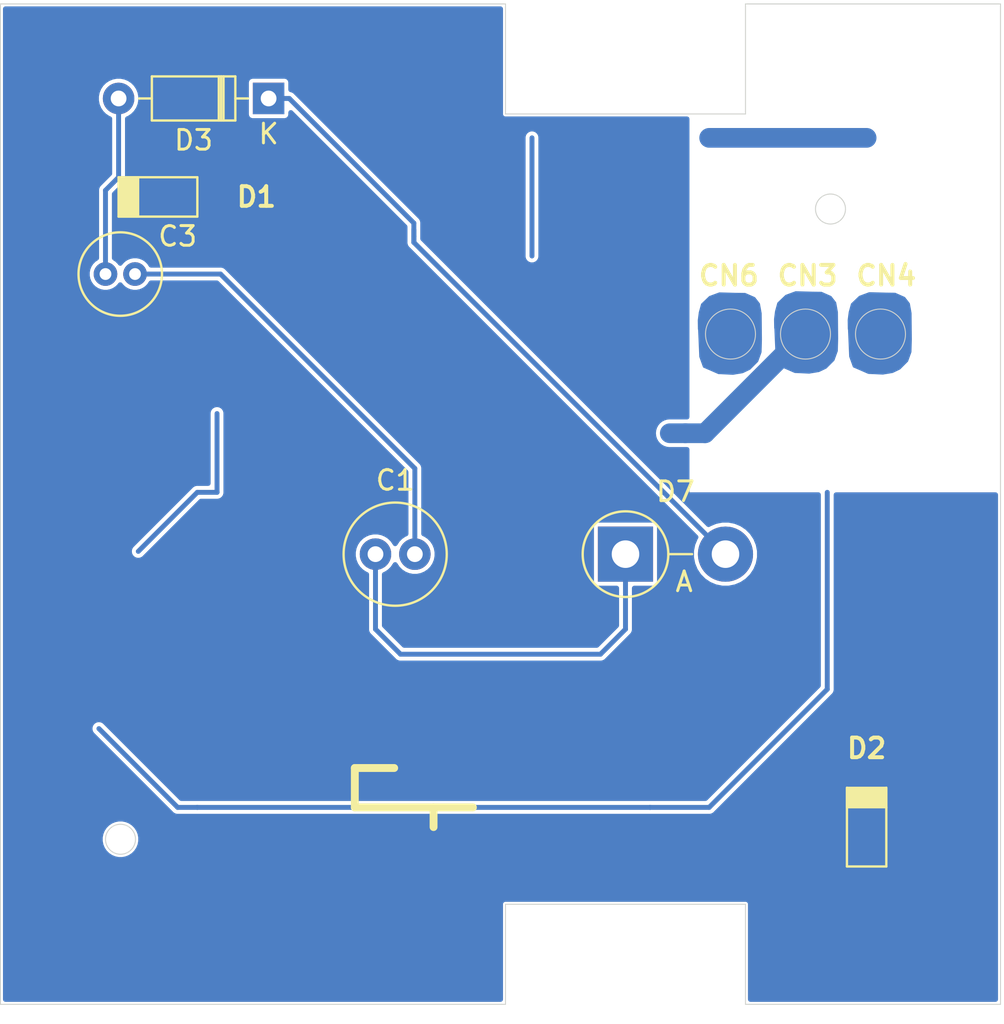
<source format=kicad_pcb>
(kicad_pcb (version 20171130) (host pcbnew "(5.1.5)-3")

  (general
    (thickness 1.6)
    (drawings 43)
    (tracks 31)
    (zones 0)
    (modules 4)
    (nets 5)
  )

  (page A4)
  (layers
    (0 F.Cu signal)
    (31 B.Cu signal)
    (32 B.Adhes user)
    (33 F.Adhes user)
    (34 B.Paste user)
    (35 F.Paste user)
    (36 B.SilkS user)
    (37 F.SilkS user)
    (38 B.Mask user)
    (39 F.Mask user)
    (40 Dwgs.User user)
    (41 Cmts.User user)
    (42 Eco1.User user)
    (43 Eco2.User user)
    (44 Edge.Cuts user)
    (45 Margin user)
    (46 B.CrtYd user)
    (47 F.CrtYd user)
    (48 B.Fab user)
    (49 F.Fab user)
  )

  (setup
    (last_trace_width 0.25)
    (trace_clearance 0.2)
    (zone_clearance 0.1)
    (zone_45_only no)
    (trace_min 0.2)
    (via_size 0.8)
    (via_drill 0.4)
    (via_min_size 0.4)
    (via_min_drill 0.3)
    (uvia_size 0.3)
    (uvia_drill 0.1)
    (uvias_allowed no)
    (uvia_min_size 0.2)
    (uvia_min_drill 0.1)
    (edge_width 0.05)
    (segment_width 0.2)
    (pcb_text_width 0.3)
    (pcb_text_size 1.5 1.5)
    (mod_edge_width 0.12)
    (mod_text_size 1 1)
    (mod_text_width 0.15)
    (pad_size 1.524 1.524)
    (pad_drill 0.762)
    (pad_to_mask_clearance 0.051)
    (solder_mask_min_width 0.25)
    (aux_axis_origin 0 0)
    (grid_origin 128.27 127)
    (visible_elements 7FFFFFFF)
    (pcbplotparams
      (layerselection 0x000fc_ffffffff)
      (usegerberextensions false)
      (usegerberattributes false)
      (usegerberadvancedattributes false)
      (creategerberjobfile false)
      (excludeedgelayer false)
      (linewidth 0.050000)
      (plotframeref false)
      (viasonmask false)
      (mode 1)
      (useauxorigin false)
      (hpglpennumber 1)
      (hpglpenspeed 20)
      (hpglpendiameter 15.000000)
      (psnegative false)
      (psa4output false)
      (plotreference true)
      (plotvalue true)
      (plotinvisibletext false)
      (padsonsilk false)
      (subtractmaskfromsilk false)
      (outputformat 5)
      (mirror false)
      (drillshape 2)
      (scaleselection 1)
      (outputdirectory "svg/"))
  )

  (net 0 "")
  (net 1 "Net-(C1-Pad1)")
  (net 2 "Net-(C1-Pad2)")
  (net 3 "Net-(C3-Pad1)")
  (net 4 "Net-(D3-Pad1)")

  (net_class Default "Esta é a classe de rede padrão."
    (clearance 0.2)
    (trace_width 0.25)
    (via_dia 0.8)
    (via_drill 0.4)
    (uvia_dia 0.3)
    (uvia_drill 0.1)
    (add_net "Net-(C1-Pad1)")
    (add_net "Net-(C1-Pad2)")
    (add_net "Net-(C3-Pad1)")
    (add_net "Net-(D3-Pad1)")
  )

  (module Capacitor_THT:C_Radial_D4.0mm_H5.0mm_P1.50mm (layer F.Cu) (tedit 5BC5C9B9) (tstamp 5E934465)
    (at 133.604 89.916)
    (descr "C, Radial series, Radial, pin pitch=1.50mm, diameter=4mm, height=5mm, Non-Polar Electrolytic Capacitor")
    (tags "C Radial series Radial pin pitch 1.50mm diameter 4mm height 5mm Non-Polar Electrolytic Capacitor")
    (path /5E934259)
    (fp_text reference C3 (at 3.666 -1.916) (layer F.SilkS)
      (effects (font (size 1 1) (thickness 0.15)))
    )
    (fp_text value CAP (at 0.75 3.25) (layer F.Fab)
      (effects (font (size 1 1) (thickness 0.15)))
    )
    (fp_text user %R (at 0.75 0) (layer F.Fab)
      (effects (font (size 0.8 0.8) (thickness 0.12)))
    )
    (fp_circle (center 0.75 0) (end 3 0) (layer F.CrtYd) (width 0.05))
    (fp_circle (center 0.75 0) (end 2.87 0) (layer F.SilkS) (width 0.12))
    (fp_circle (center 0.75 0) (end 2.75 0) (layer F.Fab) (width 0.1))
    (pad 2 thru_hole circle (at 1.5 0) (size 1.2 1.2) (drill 0.6) (layers *.Cu *.Mask)
      (net 2 "Net-(C1-Pad2)"))
    (pad 1 thru_hole circle (at 0 0) (size 1.2 1.2) (drill 0.6) (layers *.Cu *.Mask)
      (net 3 "Net-(C3-Pad1)"))
    (model ${KISYS3DMOD}/Capacitor_THT.3dshapes/C_Radial_D4.0mm_H5.0mm_P1.50mm.wrl
      (at (xyz 0 0 0))
      (scale (xyz 1 1 1))
      (rotate (xyz 0 0 0))
    )
  )

  (module Capacitor_THT:C_Radial_D5.0mm_H11.0mm_P2.00mm (layer F.Cu) (tedit 5BC5C9B9) (tstamp 5E93445B)
    (at 147.32 104.14)
    (descr "C, Radial series, Radial, pin pitch=2.00mm, diameter=5mm, height=11mm, Non-Polar Electrolytic Capacitor")
    (tags "C Radial series Radial pin pitch 2.00mm diameter 5mm height 11mm Non-Polar Electrolytic Capacitor")
    (path /5E933509)
    (fp_text reference C1 (at 1 -3.75) (layer F.SilkS)
      (effects (font (size 1 1) (thickness 0.15)))
    )
    (fp_text value CAP (at 1 3.75) (layer F.Fab)
      (effects (font (size 1 1) (thickness 0.15)))
    )
    (fp_text user %R (at 1 0) (layer F.Fab)
      (effects (font (size 1 1) (thickness 0.15)))
    )
    (fp_circle (center 1 0) (end 3.75 0) (layer F.CrtYd) (width 0.05))
    (fp_circle (center 1 0) (end 3.62 0) (layer F.SilkS) (width 0.12))
    (fp_circle (center 1 0) (end 3.5 0) (layer F.Fab) (width 0.1))
    (pad 2 thru_hole circle (at 2 0) (size 1.6 1.6) (drill 0.8) (layers *.Cu *.Mask)
      (net 2 "Net-(C1-Pad2)"))
    (pad 1 thru_hole circle (at 0 0) (size 1.6 1.6) (drill 0.8) (layers *.Cu *.Mask)
      (net 1 "Net-(C1-Pad1)"))
    (model ${KISYS3DMOD}/Capacitor_THT.3dshapes/C_Radial_D5.0mm_H11.0mm_P2.00mm.wrl
      (at (xyz 0 0 0))
      (scale (xyz 1 1 1))
      (rotate (xyz 0 0 0))
    )
  )

  (module Diode_THT:D_5W_P5.08mm_Vertical_AnodeUp (layer F.Cu) (tedit 5AE50CD5) (tstamp 5E934476)
    (at 160.02 104.14)
    (descr "Diode, 5W series, Axial, Vertical, pin pitch=5.08mm, , length*diameter=8.9*3.7mm^2, , http://www.diodes.com/_files/packages/8686949.gif")
    (tags "Diode 5W series Axial Vertical pin pitch 5.08mm  length 8.9mm diameter 3.7mm")
    (path /5E937405)
    (fp_text reference D7 (at 2.54 -3.174899) (layer F.SilkS)
      (effects (font (size 1 1) (thickness 0.15)))
    )
    (fp_text value DIODE (at 2.54 3.174899) (layer F.Fab)
      (effects (font (size 1 1) (thickness 0.15)))
    )
    (fp_circle (center 0 0) (end 1.85 0) (layer F.Fab) (width 0.1))
    (fp_circle (center 0 0) (end 2.174899 0) (layer F.SilkS) (width 0.12))
    (fp_line (start 0 0) (end 5.08 0) (layer F.Fab) (width 0.1))
    (fp_line (start 2.174899 0) (end 3.38 0) (layer F.SilkS) (width 0.12))
    (fp_line (start -2.1 -2.1) (end -2.1 2.1) (layer F.CrtYd) (width 0.05))
    (fp_line (start -2.1 2.1) (end 6.73 2.1) (layer F.CrtYd) (width 0.05))
    (fp_line (start 6.73 2.1) (end 6.73 -2.1) (layer F.CrtYd) (width 0.05))
    (fp_line (start 6.73 -2.1) (end -2.1 -2.1) (layer F.CrtYd) (width 0.05))
    (fp_text user %R (at 2.54 -3.174899) (layer F.Fab)
      (effects (font (size 1 1) (thickness 0.15)))
    )
    (fp_text user A (at 2.98 1.4) (layer F.Fab)
      (effects (font (size 1 1) (thickness 0.15)))
    )
    (fp_text user A (at 2.98 1.4) (layer F.SilkS)
      (effects (font (size 1 1) (thickness 0.15)))
    )
    (pad 1 thru_hole rect (at 0 0) (size 2.8 2.8) (drill 1.4) (layers *.Cu *.Mask)
      (net 1 "Net-(C1-Pad1)"))
    (pad 2 thru_hole oval (at 5.08 0) (size 2.8 2.8) (drill 1.4) (layers *.Cu *.Mask)
      (net 4 "Net-(D3-Pad1)"))
    (model ${KISYS3DMOD}/Diode_THT.3dshapes/D_5W_P5.08mm_Vertical_AnodeUp.wrl
      (at (xyz 0 0 0))
      (scale (xyz 1 1 1))
      (rotate (xyz 0 0 0))
    )
  )

  (module Diode_THT:D_DO-35_SOD27_P7.62mm_Horizontal (layer F.Cu) (tedit 5AE50CD5) (tstamp 5E934495)
    (at 141.89 81 180)
    (descr "Diode, DO-35_SOD27 series, Axial, Horizontal, pin pitch=7.62mm, , length*diameter=4*2mm^2, , http://www.diodes.com/_files/packages/DO-35.pdf")
    (tags "Diode DO-35_SOD27 series Axial Horizontal pin pitch 7.62mm  length 4mm diameter 2mm")
    (path /5E9362D2)
    (fp_text reference D3 (at 3.81 -2.12) (layer F.SilkS)
      (effects (font (size 1 1) (thickness 0.15)))
    )
    (fp_text value 1N4148 (at 3.81 2.12) (layer F.Fab)
      (effects (font (size 1 1) (thickness 0.15)))
    )
    (fp_line (start 1.81 -1) (end 1.81 1) (layer F.Fab) (width 0.1))
    (fp_line (start 1.81 1) (end 5.81 1) (layer F.Fab) (width 0.1))
    (fp_line (start 5.81 1) (end 5.81 -1) (layer F.Fab) (width 0.1))
    (fp_line (start 5.81 -1) (end 1.81 -1) (layer F.Fab) (width 0.1))
    (fp_line (start 0 0) (end 1.81 0) (layer F.Fab) (width 0.1))
    (fp_line (start 7.62 0) (end 5.81 0) (layer F.Fab) (width 0.1))
    (fp_line (start 2.41 -1) (end 2.41 1) (layer F.Fab) (width 0.1))
    (fp_line (start 2.51 -1) (end 2.51 1) (layer F.Fab) (width 0.1))
    (fp_line (start 2.31 -1) (end 2.31 1) (layer F.Fab) (width 0.1))
    (fp_line (start 1.69 -1.12) (end 1.69 1.12) (layer F.SilkS) (width 0.12))
    (fp_line (start 1.69 1.12) (end 5.93 1.12) (layer F.SilkS) (width 0.12))
    (fp_line (start 5.93 1.12) (end 5.93 -1.12) (layer F.SilkS) (width 0.12))
    (fp_line (start 5.93 -1.12) (end 1.69 -1.12) (layer F.SilkS) (width 0.12))
    (fp_line (start 1.04 0) (end 1.69 0) (layer F.SilkS) (width 0.12))
    (fp_line (start 6.58 0) (end 5.93 0) (layer F.SilkS) (width 0.12))
    (fp_line (start 2.41 -1.12) (end 2.41 1.12) (layer F.SilkS) (width 0.12))
    (fp_line (start 2.53 -1.12) (end 2.53 1.12) (layer F.SilkS) (width 0.12))
    (fp_line (start 2.29 -1.12) (end 2.29 1.12) (layer F.SilkS) (width 0.12))
    (fp_line (start -1.05 -1.25) (end -1.05 1.25) (layer F.CrtYd) (width 0.05))
    (fp_line (start -1.05 1.25) (end 8.67 1.25) (layer F.CrtYd) (width 0.05))
    (fp_line (start 8.67 1.25) (end 8.67 -1.25) (layer F.CrtYd) (width 0.05))
    (fp_line (start 8.67 -1.25) (end -1.05 -1.25) (layer F.CrtYd) (width 0.05))
    (fp_text user %R (at 4.11 0) (layer F.Fab)
      (effects (font (size 0.8 0.8) (thickness 0.12)))
    )
    (fp_text user K (at 0 -1.8) (layer F.Fab)
      (effects (font (size 1 1) (thickness 0.15)))
    )
    (fp_text user K (at 0 -1.8) (layer F.SilkS)
      (effects (font (size 1 1) (thickness 0.15)))
    )
    (pad 1 thru_hole rect (at 0 0 180) (size 1.6 1.6) (drill 0.8) (layers *.Cu *.Mask)
      (net 4 "Net-(D3-Pad1)"))
    (pad 2 thru_hole oval (at 7.62 0 180) (size 1.6 1.6) (drill 0.8) (layers *.Cu *.Mask)
      (net 3 "Net-(C3-Pad1)"))
    (model ${KISYS3DMOD}/Diode_THT.3dshapes/D_DO-35_SOD27_P7.62mm_Horizontal.wrl
      (at (xyz 0 0 0))
      (scale (xyz 1 1 1))
      (rotate (xyz 0 0 0))
    )
  )

  (gr_poly (pts (xy 173.70806 90.91422) (xy 174.18558 91.12504) (xy 174.41672 91.42222) (xy 174.50308 91.90228) (xy 174.51578 93.24086) (xy 174.498 93.86824) (xy 174.33036 94.33052) (xy 173.941899 94.718823) (xy 173.580902 94.892178) (xy 173.093698 94.972505) (xy 172.366305 94.93885) (xy 171.61637 94.61246) (xy 171.43222 94.10192) (xy 171.3738 92.7354) (xy 171.36364 92.70492) (xy 171.35602 92.25788) (xy 171.40682 91.8591) (xy 171.52112 91.44508) (xy 171.91609 91.06789) (xy 172.40631 90.88755) (xy 173.25848 90.90914)) (layer B.Cu) (width 0.1) (tstamp 5F1256E0))
  (gr_poly (pts (xy 169.96664 90.86596) (xy 170.44416 91.07678) (xy 170.6753 91.37396) (xy 170.76166 91.85402) (xy 170.77436 93.1926) (xy 170.75658 93.81998) (xy 170.58894 94.28226) (xy 170.200479 94.670563) (xy 169.839482 94.843918) (xy 169.352278 94.924245) (xy 168.624885 94.89059) (xy 167.87495 94.5642) (xy 167.6908 94.05366) (xy 167.63238 92.68714) (xy 167.62222 92.65666) (xy 167.6146 92.20962) (xy 167.6654 91.81084) (xy 167.7797 91.39682) (xy 168.17467 91.01963) (xy 168.66489 90.83929) (xy 169.51706 90.86088)) (layer B.Cu) (width 0.1) (tstamp 5F1256E0))
  (gr_poly (pts (xy 166.09314 90.92438) (xy 166.57066 91.1352) (xy 166.8018 91.43238) (xy 166.88816 91.91244) (xy 166.90086 93.25102) (xy 166.88308 93.8784) (xy 166.71544 94.34068) (xy 166.326979 94.728983) (xy 165.965982 94.902338) (xy 165.478778 94.982665) (xy 164.751385 94.94901) (xy 164.00145 94.62262) (xy 163.8173 94.11208) (xy 163.75888 92.74556) (xy 163.74872 92.71508) (xy 163.7411 92.26804) (xy 163.7919 91.86926) (xy 163.9062 91.45524) (xy 164.30117 91.07805) (xy 164.79139 90.89771) (xy 165.64356 90.9193)) (layer B.Cu) (width 0.1) (tstamp 5F1256D3))
  (gr_poly (pts (xy 173.72076 90.90152) (xy 174.19828 91.11234) (xy 174.42942 91.40952) (xy 174.51578 91.88958) (xy 174.52848 93.22816) (xy 174.5107 93.85554) (xy 174.34306 94.31782) (xy 173.954599 94.706123) (xy 173.593602 94.879478) (xy 173.106398 94.959805) (xy 172.379005 94.92615) (xy 171.62907 94.59976) (xy 171.44492 94.08922) (xy 171.3865 92.7227) (xy 171.37634 92.69222) (xy 171.36872 92.24518) (xy 171.41952 91.8464) (xy 171.53382 91.43238) (xy 171.92879 91.05519) (xy 172.41901 90.87485) (xy 173.27118 90.89644)) (layer B.Mask) (width 0.1) (tstamp 5F125223))
  (gr_poly (pts (xy 169.96918 90.86342) (xy 170.4467 91.07424) (xy 170.67784 91.37142) (xy 170.7642 91.85148) (xy 170.7769 93.19006) (xy 170.75912 93.81744) (xy 170.59148 94.27972) (xy 170.203019 94.668023) (xy 169.842022 94.841378) (xy 169.354818 94.921705) (xy 168.627425 94.88805) (xy 167.87749 94.56166) (xy 167.69334 94.05112) (xy 167.63492 92.6846) (xy 167.62476 92.65412) (xy 167.61714 92.20708) (xy 167.66794 91.8083) (xy 167.78224 91.39428) (xy 168.17721 91.01709) (xy 168.66743 90.83675) (xy 169.5196 90.85834)) (layer B.Mask) (width 0.1) (tstamp 5F125223))
  (gr_poly (pts (xy 166.10584 90.92438) (xy 166.58336 91.1352) (xy 166.8145 91.43238) (xy 166.90086 91.91244) (xy 166.91356 93.25102) (xy 166.89578 93.8784) (xy 166.72814 94.34068) (xy 166.339679 94.728983) (xy 165.978682 94.902338) (xy 165.491478 94.982665) (xy 164.764085 94.94901) (xy 164.01415 94.62262) (xy 163.83 94.11208) (xy 163.77158 92.74556) (xy 163.76142 92.71508) (xy 163.7538 92.26804) (xy 163.8046 91.86926) (xy 163.9189 91.45524) (xy 164.31387 91.07805) (xy 164.80409 90.89771) (xy 165.65626 90.9193)) (layer B.Mask) (width 0.1))
  (gr_line (start 150.27 117) (end 150.27 118) (layer F.SilkS) (width 0.4))
  (gr_line (start 146.27 115) (end 148.27 115) (layer F.SilkS) (width 0.4))
  (gr_line (start 146.27 117) (end 146.27 115) (layer F.SilkS) (width 0.4))
  (gr_line (start 152.27 117) (end 146.27 117) (layer F.SilkS) (width 0.4))
  (gr_text D2 (at 172.27 114) (layer F.SilkS) (tstamp 5F10D2DB)
    (effects (font (size 1 1) (thickness 0.2)))
  )
  (gr_line (start 171.27 120) (end 171.27 116) (layer F.SilkS) (width 0.12) (tstamp 5F10D1FA))
  (gr_poly (pts (xy 171.27 117) (xy 171.27 116) (xy 173.27 116) (xy 173.27 117)) (layer F.SilkS) (width 0.1) (tstamp 5F10D1F9))
  (gr_line (start 173.27 116) (end 173.27 117) (layer F.SilkS) (width 0.12) (tstamp 5F10D1F8))
  (gr_line (start 173.27 120) (end 171.27 120) (layer F.SilkS) (width 0.12) (tstamp 5F10D1F7))
  (gr_line (start 173.27 117) (end 173.27 120) (layer F.SilkS) (width 0.12) (tstamp 5F10D1F6))
  (gr_text D1 (at 141.27 86) (layer F.SilkS) (tstamp 5F10D1D7)
    (effects (font (size 1 1) (thickness 0.2)))
  )
  (gr_poly (pts (xy 135.27 87) (xy 134.27 87) (xy 134.27 85) (xy 135.27 85)) (layer F.SilkS) (width 0.1))
  (gr_line (start 134.27 85) (end 135.27 85) (layer F.SilkS) (width 0.12) (tstamp 5F10D1B9))
  (gr_line (start 134.27 87) (end 134.27 85) (layer F.SilkS) (width 0.12))
  (gr_line (start 138.27 87) (end 134.27 87) (layer F.SilkS) (width 0.12))
  (gr_line (start 138.27 85) (end 138.27 87) (layer F.SilkS) (width 0.12))
  (gr_line (start 135.27 85) (end 138.27 85) (layer F.SilkS) (width 0.12))
  (gr_text CN4 (at 173.27 90) (layer F.SilkS) (tstamp 5F10D084)
    (effects (font (size 1 1) (thickness 0.2)))
  )
  (gr_text CN3 (at 169.27 90) (layer F.SilkS) (tstamp 5F10D084)
    (effects (font (size 1 1) (thickness 0.2)))
  )
  (gr_text CN6 (at 165.27 90) (layer F.SilkS)
    (effects (font (size 1 1) (thickness 0.2)))
  )
  (gr_line (start 166.116 121.92) (end 166.116 127) (layer Edge.Cuts) (width 0.05) (tstamp 5E939930))
  (gr_line (start 153.924 121.92) (end 153.924 127) (layer Edge.Cuts) (width 0.05) (tstamp 5E93992F))
  (gr_line (start 166.116 127) (end 179.07 127) (layer Edge.Cuts) (width 0.05) (tstamp 5E93992B))
  (gr_line (start 166.116 121.92) (end 153.924 121.92) (layer Edge.Cuts) (width 0.05))
  (gr_circle (center 134.366 118.618) (end 135.128 118.618) (layer Edge.Cuts) (width 0.05) (tstamp 5E939908))
  (gr_line (start 153.924 76.2) (end 128.27 76.2) (layer Edge.Cuts) (width 0.05) (tstamp 5E9398A0))
  (gr_line (start 179.07 76.2) (end 166.116 76.2) (layer Edge.Cuts) (width 0.05) (tstamp 5E939895))
  (gr_line (start 153.924 81.788) (end 153.924 76.2) (layer Edge.Cuts) (width 0.05))
  (gr_line (start 166.116 81.788) (end 153.924 81.788) (layer Edge.Cuts) (width 0.05))
  (gr_line (start 166.116 76.2) (end 166.116 81.788) (layer Edge.Cuts) (width 0.05))
  (gr_circle (center 170.434 86.614) (end 171.196 86.614) (layer Edge.Cuts) (width 0.05) (tstamp 5E939839))
  (gr_circle (center 165.354 92.964) (end 166.624 92.964) (layer Edge.Cuts) (width 0.05) (tstamp 5E939839))
  (gr_circle (center 169.164 92.964) (end 170.434 92.964) (layer Edge.Cuts) (width 0.05) (tstamp 5E939839))
  (gr_circle (center 172.974 92.964) (end 174.244 92.964) (layer Edge.Cuts) (width 0.05))
  (gr_line (start 128.27 76.2) (end 128.27 127) (layer Edge.Cuts) (width 0.05) (tstamp 5E934572))
  (gr_line (start 179.07 127) (end 179.07 76.2) (layer Edge.Cuts) (width 0.05))
  (gr_line (start 128.27 127) (end 153.924 127) (layer Edge.Cuts) (width 0.05))

  (segment (start 161.27 117) (end 138.27 117) (width 0.25) (layer B.Cu) (net 0))
  (segment (start 138.27 117) (end 137.27 117) (width 0.25) (layer B.Cu) (net 0))
  (segment (start 137.27 117) (end 133.27 113) (width 0.25) (layer B.Cu) (net 0))
  (segment (start 161.27 117) (end 164.27 117) (width 0.25) (layer B.Cu) (net 0))
  (segment (start 164.27 117) (end 170.27 111) (width 0.25) (layer B.Cu) (net 0))
  (segment (start 170.27 111) (end 170.27 101) (width 0.25) (layer B.Cu) (net 0))
  (segment (start 139.27 97) (end 139.27 101) (width 0.25) (layer B.Cu) (net 0))
  (segment (start 139.27 101) (end 138.27 101) (width 0.25) (layer B.Cu) (net 0))
  (segment (start 138.27 101) (end 135.27 104) (width 0.25) (layer B.Cu) (net 0))
  (segment (start 155.27 83) (end 155.27 89) (width 0.25) (layer B.Cu) (net 0))
  (segment (start 164.060729 98) (end 167.978592 94.082137) (width 1) (layer B.Cu) (net 0))
  (segment (start 162.27 98) (end 163.060729 98) (width 1) (layer B.Cu) (net 0))
  (segment (start 163.060729 98) (end 164.060729 98) (width 1) (layer B.Cu) (net 0))
  (segment (start 164.27 83) (end 172.27 83) (width 1) (layer B.Cu) (net 0))
  (segment (start 147.32 104.14) (end 147.32 107.95) (width 0.25) (layer B.Cu) (net 1))
  (segment (start 147.32 107.95) (end 148.59 109.22) (width 0.25) (layer B.Cu) (net 1))
  (segment (start 148.59 109.22) (end 158.75 109.22) (width 0.25) (layer B.Cu) (net 1))
  (segment (start 158.75 109.22) (end 160.02 107.95) (width 0.25) (layer B.Cu) (net 1))
  (segment (start 160.02 107.95) (end 160.02 104.14) (width 0.25) (layer B.Cu) (net 1))
  (segment (start 149.32 99.79) (end 149.32 104.14) (width 0.25) (layer B.Cu) (net 2))
  (segment (start 135.104 89.916) (end 139.446 89.916) (width 0.25) (layer B.Cu) (net 2))
  (segment (start 139.446 89.916) (end 149.32 99.79) (width 0.25) (layer B.Cu) (net 2))
  (segment (start 134.27 85) (end 133.604 85.666) (width 0.25) (layer B.Cu) (net 3))
  (segment (start 133.604 85.666) (end 133.604 89.916) (width 0.25) (layer B.Cu) (net 3))
  (segment (start 134.27 81) (end 134.27 85) (width 0.25) (layer B.Cu) (net 3))
  (segment (start 141.89 81) (end 142.94 81) (width 0.25) (layer B.Cu) (net 4))
  (segment (start 142.94 81) (end 149.27 87.33) (width 0.25) (layer B.Cu) (net 4))
  (segment (start 149.27 88) (end 149.27 88.31) (width 0.25) (layer B.Cu) (net 4))
  (segment (start 149.27 87.33) (end 149.27 88.31) (width 0.25) (layer B.Cu) (net 4))
  (segment (start 149.27 88.31) (end 165.1 104.14) (width 0.25) (layer B.Cu) (net 4))
  (segment (start 149.27 87.660998) (end 149.27 88) (width 0.25) (layer B.Cu) (net 4))

  (zone (net 0) (net_name "") (layer B.Cu) (tstamp 5F125308) (hatch edge 0.508)
    (connect_pads (clearance 0.1))
    (min_thickness 0.254)
    (fill yes (arc_segments 32) (thermal_gap 0.508) (thermal_bridge_width 0.508))
    (polygon
      (pts
        (xy 163.27 101) (xy 179.27 101) (xy 179.27 128) (xy 128.27 127) (xy 128.27 76)
        (xy 163.27 76)
      )
    )
    (filled_polygon
      (pts
        (xy 153.672 81.775624) (xy 153.670781 81.788) (xy 153.675647 81.837401) (xy 153.690056 81.884903) (xy 153.711886 81.925743)
        (xy 153.713456 81.928681) (xy 153.744947 81.967053) (xy 153.783319 81.998544) (xy 153.827097 82.021944) (xy 153.874599 82.036353)
        (xy 153.924 82.041219) (xy 153.936375 82.04) (xy 163.143 82.04) (xy 163.143 97.173) (xy 162.229376 97.173)
        (xy 162.10788 97.184966) (xy 161.95199 97.232255) (xy 161.808321 97.309048) (xy 161.682394 97.412394) (xy 161.579048 97.538321)
        (xy 161.502255 97.68199) (xy 161.454966 97.83788) (xy 161.438999 98) (xy 161.454966 98.16212) (xy 161.502255 98.31801)
        (xy 161.579048 98.461679) (xy 161.682394 98.587606) (xy 161.808321 98.690952) (xy 161.95199 98.767745) (xy 162.10788 98.815034)
        (xy 162.229376 98.827) (xy 163.143 98.827) (xy 163.143 101) (xy 163.14544 101.024776) (xy 163.152667 101.048601)
        (xy 163.164403 101.070557) (xy 163.180197 101.089803) (xy 163.199443 101.105597) (xy 163.221399 101.117333) (xy 163.245224 101.12456)
        (xy 163.27 101.127) (xy 169.818001 101.127) (xy 169.818 110.812775) (xy 164.082777 116.548) (xy 137.457225 116.548)
        (xy 133.57391 112.664687) (xy 133.522333 112.622358) (xy 133.443809 112.580386) (xy 133.358607 112.55454) (xy 133.27 112.545813)
        (xy 133.181393 112.55454) (xy 133.096191 112.580386) (xy 133.017667 112.622358) (xy 132.948842 112.678842) (xy 132.892358 112.747667)
        (xy 132.850386 112.826191) (xy 132.82454 112.911393) (xy 132.815813 113) (xy 132.82454 113.088607) (xy 132.850386 113.173809)
        (xy 132.892358 113.252333) (xy 132.934687 113.30391) (xy 136.934686 117.303911) (xy 136.948841 117.321159) (xy 137.017667 117.377643)
        (xy 137.09619 117.419614) (xy 137.161562 117.439444) (xy 137.181392 117.44546) (xy 137.269999 117.454187) (xy 137.292204 117.452)
        (xy 164.247795 117.452) (xy 164.27 117.454187) (xy 164.292205 117.452) (xy 164.358607 117.44546) (xy 164.44381 117.419614)
        (xy 164.522333 117.377643) (xy 164.591159 117.321159) (xy 164.605323 117.3039) (xy 170.573912 111.335313) (xy 170.591159 111.321159)
        (xy 170.647643 111.252333) (xy 170.689614 111.17381) (xy 170.71546 111.088607) (xy 170.722 111.022205) (xy 170.722 111.022204)
        (xy 170.724187 111.000001) (xy 170.722 110.977796) (xy 170.722 101.127) (xy 178.818001 101.127) (xy 178.818 126.748)
        (xy 166.368 126.748) (xy 166.368 121.932376) (xy 166.369219 121.92) (xy 166.364353 121.870599) (xy 166.349944 121.823097)
        (xy 166.326544 121.779319) (xy 166.295053 121.740947) (xy 166.256681 121.709456) (xy 166.212903 121.686056) (xy 166.165401 121.671647)
        (xy 166.128376 121.668) (xy 166.128375 121.668) (xy 166.116 121.666781) (xy 166.103624 121.668) (xy 153.936375 121.668)
        (xy 153.924 121.666781) (xy 153.911624 121.668) (xy 153.874599 121.671647) (xy 153.827097 121.686056) (xy 153.783319 121.709456)
        (xy 153.744947 121.740947) (xy 153.713456 121.779319) (xy 153.690056 121.823097) (xy 153.675647 121.870599) (xy 153.670781 121.92)
        (xy 153.672 121.932376) (xy 153.672001 126.748) (xy 128.522 126.748) (xy 128.522 118.51665) (xy 133.336979 118.51665)
        (xy 133.336979 118.71935) (xy 133.376524 118.918154) (xy 133.454093 119.105424) (xy 133.566707 119.273963) (xy 133.710037 119.417293)
        (xy 133.878576 119.529907) (xy 134.065846 119.607476) (xy 134.26465 119.647021) (xy 134.46735 119.647021) (xy 134.666154 119.607476)
        (xy 134.853424 119.529907) (xy 135.021963 119.417293) (xy 135.165293 119.273963) (xy 135.277907 119.105424) (xy 135.355476 118.918154)
        (xy 135.395021 118.71935) (xy 135.395021 118.51665) (xy 135.355476 118.317846) (xy 135.277907 118.130576) (xy 135.165293 117.962037)
        (xy 135.021963 117.818707) (xy 134.853424 117.706093) (xy 134.666154 117.628524) (xy 134.46735 117.588979) (xy 134.26465 117.588979)
        (xy 134.065846 117.628524) (xy 133.878576 117.706093) (xy 133.710037 117.818707) (xy 133.566707 117.962037) (xy 133.454093 118.130576)
        (xy 133.376524 118.317846) (xy 133.336979 118.51665) (xy 128.522 118.51665) (xy 128.522 104) (xy 134.815813 104)
        (xy 134.82454 104.088607) (xy 134.850386 104.173809) (xy 134.892358 104.252333) (xy 134.948842 104.321158) (xy 135.017667 104.377642)
        (xy 135.096191 104.419614) (xy 135.181393 104.44546) (xy 135.27 104.454187) (xy 135.358607 104.44546) (xy 135.443809 104.419614)
        (xy 135.522333 104.377642) (xy 135.57391 104.335313) (xy 138.457224 101.452) (xy 139.247795 101.452) (xy 139.27 101.454187)
        (xy 139.292205 101.452) (xy 139.358607 101.44546) (xy 139.44381 101.419614) (xy 139.522333 101.377643) (xy 139.591159 101.321159)
        (xy 139.647643 101.252333) (xy 139.689614 101.17381) (xy 139.71546 101.088607) (xy 139.724187 101) (xy 139.722 100.977795)
        (xy 139.722 96.977795) (xy 139.71546 96.911393) (xy 139.689614 96.82619) (xy 139.647643 96.747667) (xy 139.591159 96.678841)
        (xy 139.522332 96.622357) (xy 139.443809 96.580386) (xy 139.358606 96.55454) (xy 139.27 96.545813) (xy 139.181393 96.55454)
        (xy 139.09619 96.580386) (xy 139.017667 96.622357) (xy 138.948841 96.678841) (xy 138.892357 96.747668) (xy 138.850386 96.826191)
        (xy 138.82454 96.911394) (xy 138.818 96.977796) (xy 138.818001 100.548) (xy 138.292205 100.548) (xy 138.27 100.545813)
        (xy 138.181392 100.55454) (xy 138.09619 100.580386) (xy 138.017667 100.622357) (xy 137.948841 100.678841) (xy 137.934681 100.696095)
        (xy 134.934687 103.69609) (xy 134.892358 103.747667) (xy 134.850386 103.826191) (xy 134.82454 103.911393) (xy 134.815813 104)
        (xy 128.522 104) (xy 128.522 89.824699) (xy 132.677 89.824699) (xy 132.677 90.007301) (xy 132.712624 90.186396)
        (xy 132.782504 90.355099) (xy 132.883952 90.506928) (xy 133.013072 90.636048) (xy 133.164901 90.737496) (xy 133.333604 90.807376)
        (xy 133.512699 90.843) (xy 133.695301 90.843) (xy 133.874396 90.807376) (xy 134.043099 90.737496) (xy 134.194928 90.636048)
        (xy 134.324048 90.506928) (xy 134.354 90.462101) (xy 134.383952 90.506928) (xy 134.513072 90.636048) (xy 134.664901 90.737496)
        (xy 134.833604 90.807376) (xy 135.012699 90.843) (xy 135.195301 90.843) (xy 135.374396 90.807376) (xy 135.543099 90.737496)
        (xy 135.694928 90.636048) (xy 135.824048 90.506928) (xy 135.916876 90.368) (xy 139.258777 90.368) (xy 148.868 99.977224)
        (xy 148.868001 103.107368) (xy 148.786165 103.141266) (xy 148.601579 103.264602) (xy 148.444602 103.421579) (xy 148.321266 103.606165)
        (xy 148.32 103.609221) (xy 148.318734 103.606165) (xy 148.195398 103.421579) (xy 148.038421 103.264602) (xy 147.853835 103.141266)
        (xy 147.648734 103.05631) (xy 147.431 103.013) (xy 147.209 103.013) (xy 146.991266 103.05631) (xy 146.786165 103.141266)
        (xy 146.601579 103.264602) (xy 146.444602 103.421579) (xy 146.321266 103.606165) (xy 146.23631 103.811266) (xy 146.193 104.029)
        (xy 146.193 104.251) (xy 146.23631 104.468734) (xy 146.321266 104.673835) (xy 146.444602 104.858421) (xy 146.601579 105.015398)
        (xy 146.786165 105.138734) (xy 146.868 105.172631) (xy 146.868001 107.927785) (xy 146.865813 107.95) (xy 146.87454 108.038607)
        (xy 146.900386 108.123809) (xy 146.900387 108.12381) (xy 146.942358 108.202333) (xy 146.998842 108.271159) (xy 147.016096 108.285319)
        (xy 148.254685 109.52391) (xy 148.268841 109.541159) (xy 148.337667 109.597643) (xy 148.41619 109.639614) (xy 148.481562 109.659444)
        (xy 148.501392 109.66546) (xy 148.589999 109.674187) (xy 148.612204 109.672) (xy 158.727795 109.672) (xy 158.75 109.674187)
        (xy 158.772205 109.672) (xy 158.838607 109.66546) (xy 158.92381 109.639614) (xy 159.002333 109.597643) (xy 159.071159 109.541159)
        (xy 159.085323 109.5239) (xy 160.323912 108.285313) (xy 160.341159 108.271159) (xy 160.397643 108.202333) (xy 160.439614 108.12381)
        (xy 160.46546 108.038607) (xy 160.472 107.972205) (xy 160.472 107.972204) (xy 160.474187 107.950001) (xy 160.472 107.927796)
        (xy 160.472 105.868582) (xy 161.42 105.868582) (xy 161.484103 105.862268) (xy 161.545743 105.84357) (xy 161.60255 105.813206)
        (xy 161.652343 105.772343) (xy 161.693206 105.72255) (xy 161.72357 105.665743) (xy 161.742268 105.604103) (xy 161.748582 105.54)
        (xy 161.748582 102.74) (xy 161.742268 102.675897) (xy 161.72357 102.614257) (xy 161.693206 102.55745) (xy 161.652343 102.507657)
        (xy 161.60255 102.466794) (xy 161.545743 102.43643) (xy 161.484103 102.417732) (xy 161.42 102.411418) (xy 158.62 102.411418)
        (xy 158.555897 102.417732) (xy 158.494257 102.43643) (xy 158.43745 102.466794) (xy 158.387657 102.507657) (xy 158.346794 102.55745)
        (xy 158.31643 102.614257) (xy 158.297732 102.675897) (xy 158.291418 102.74) (xy 158.291418 105.54) (xy 158.297732 105.604103)
        (xy 158.31643 105.665743) (xy 158.346794 105.72255) (xy 158.387657 105.772343) (xy 158.43745 105.813206) (xy 158.494257 105.84357)
        (xy 158.555897 105.862268) (xy 158.62 105.868582) (xy 159.568001 105.868582) (xy 159.568 107.762775) (xy 158.562777 108.768)
        (xy 148.777225 108.768) (xy 147.772 107.762777) (xy 147.772 105.172631) (xy 147.853835 105.138734) (xy 148.038421 105.015398)
        (xy 148.195398 104.858421) (xy 148.318734 104.673835) (xy 148.32 104.670779) (xy 148.321266 104.673835) (xy 148.444602 104.858421)
        (xy 148.601579 105.015398) (xy 148.786165 105.138734) (xy 148.991266 105.22369) (xy 149.209 105.267) (xy 149.431 105.267)
        (xy 149.648734 105.22369) (xy 149.853835 105.138734) (xy 150.038421 105.015398) (xy 150.195398 104.858421) (xy 150.318734 104.673835)
        (xy 150.40369 104.468734) (xy 150.447 104.251) (xy 150.447 104.029) (xy 150.40369 103.811266) (xy 150.318734 103.606165)
        (xy 150.195398 103.421579) (xy 150.038421 103.264602) (xy 149.853835 103.141266) (xy 149.772 103.107369) (xy 149.772 99.812205)
        (xy 149.774187 99.79) (xy 149.76546 99.701392) (xy 149.739614 99.61619) (xy 149.697643 99.537667) (xy 149.641159 99.468841)
        (xy 149.623906 99.454682) (xy 139.781323 89.6121) (xy 139.767159 89.594841) (xy 139.698333 89.538357) (xy 139.61981 89.496386)
        (xy 139.534607 89.47054) (xy 139.468205 89.464) (xy 139.446 89.461813) (xy 139.423795 89.464) (xy 135.916876 89.464)
        (xy 135.824048 89.325072) (xy 135.694928 89.195952) (xy 135.543099 89.094504) (xy 135.374396 89.024624) (xy 135.195301 88.989)
        (xy 135.012699 88.989) (xy 134.833604 89.024624) (xy 134.664901 89.094504) (xy 134.513072 89.195952) (xy 134.383952 89.325072)
        (xy 134.354 89.369899) (xy 134.324048 89.325072) (xy 134.194928 89.195952) (xy 134.056 89.103124) (xy 134.056 85.853223)
        (xy 134.57391 85.335315) (xy 134.591159 85.321159) (xy 134.647643 85.252333) (xy 134.689614 85.17381) (xy 134.71546 85.088607)
        (xy 134.722 85.022205) (xy 134.724187 85.000001) (xy 134.722 84.977796) (xy 134.722 82.032631) (xy 134.803835 81.998734)
        (xy 134.988421 81.875398) (xy 135.145398 81.718421) (xy 135.268734 81.533835) (xy 135.35369 81.328734) (xy 135.397 81.111)
        (xy 135.397 80.889) (xy 135.35369 80.671266) (xy 135.268734 80.466165) (xy 135.145398 80.281579) (xy 135.063819 80.2)
        (xy 140.761418 80.2) (xy 140.761418 81.8) (xy 140.767732 81.864103) (xy 140.78643 81.925743) (xy 140.816794 81.98255)
        (xy 140.857657 82.032343) (xy 140.90745 82.073206) (xy 140.964257 82.10357) (xy 141.025897 82.122268) (xy 141.09 82.128582)
        (xy 142.69 82.128582) (xy 142.754103 82.122268) (xy 142.815743 82.10357) (xy 142.87255 82.073206) (xy 142.922343 82.032343)
        (xy 142.963206 81.98255) (xy 142.99357 81.925743) (xy 143.012268 81.864103) (xy 143.018582 81.8) (xy 143.018582 81.717805)
        (xy 148.818 87.517224) (xy 148.818 88.287795) (xy 148.815813 88.31) (xy 148.82454 88.398607) (xy 148.850386 88.483809)
        (xy 148.850387 88.48381) (xy 148.892358 88.562333) (xy 148.948842 88.631159) (xy 148.966096 88.645319) (xy 163.598866 103.27809)
        (xy 163.569553 103.321959) (xy 163.439368 103.636253) (xy 163.373 103.969905) (xy 163.373 104.310095) (xy 163.439368 104.643747)
        (xy 163.569553 104.958041) (xy 163.758552 105.240898) (xy 163.999102 105.481448) (xy 164.281959 105.670447) (xy 164.596253 105.800632)
        (xy 164.929905 105.867) (xy 165.270095 105.867) (xy 165.603747 105.800632) (xy 165.918041 105.670447) (xy 166.200898 105.481448)
        (xy 166.441448 105.240898) (xy 166.630447 104.958041) (xy 166.760632 104.643747) (xy 166.827 104.310095) (xy 166.827 103.969905)
        (xy 166.760632 103.636253) (xy 166.630447 103.321959) (xy 166.441448 103.039102) (xy 166.200898 102.798552) (xy 165.918041 102.609553)
        (xy 165.603747 102.479368) (xy 165.270095 102.413) (xy 164.929905 102.413) (xy 164.596253 102.479368) (xy 164.281959 102.609553)
        (xy 164.23809 102.638866) (xy 149.722 88.122777) (xy 149.722 87.352205) (xy 149.724187 87.33) (xy 149.71546 87.241392)
        (xy 149.689614 87.15619) (xy 149.647643 87.077667) (xy 149.591159 87.008841) (xy 149.573906 86.994682) (xy 145.55702 82.977796)
        (xy 154.818 82.977796) (xy 154.818001 89.022205) (xy 154.824541 89.088607) (xy 154.850387 89.17381) (xy 154.892358 89.252333)
        (xy 154.948842 89.321159) (xy 155.017668 89.377643) (xy 155.096191 89.419614) (xy 155.181394 89.44546) (xy 155.27 89.454187)
        (xy 155.358607 89.44546) (xy 155.44381 89.419614) (xy 155.522333 89.377643) (xy 155.591159 89.321159) (xy 155.647643 89.252333)
        (xy 155.689614 89.17381) (xy 155.71546 89.088607) (xy 155.722 89.022205) (xy 155.722 82.977795) (xy 155.71546 82.911393)
        (xy 155.689614 82.82619) (xy 155.647643 82.747667) (xy 155.591159 82.678841) (xy 155.522332 82.622357) (xy 155.443809 82.580386)
        (xy 155.358606 82.55454) (xy 155.27 82.545813) (xy 155.181393 82.55454) (xy 155.09619 82.580386) (xy 155.017667 82.622357)
        (xy 154.948841 82.678841) (xy 154.892357 82.747668) (xy 154.850386 82.826191) (xy 154.82454 82.911394) (xy 154.818 82.977796)
        (xy 145.55702 82.977796) (xy 143.275323 80.6961) (xy 143.261159 80.678841) (xy 143.192333 80.622357) (xy 143.11381 80.580386)
        (xy 143.028607 80.55454) (xy 143.018582 80.553553) (xy 143.018582 80.2) (xy 143.012268 80.135897) (xy 142.99357 80.074257)
        (xy 142.963206 80.01745) (xy 142.922343 79.967657) (xy 142.87255 79.926794) (xy 142.815743 79.89643) (xy 142.754103 79.877732)
        (xy 142.69 79.871418) (xy 141.09 79.871418) (xy 141.025897 79.877732) (xy 140.964257 79.89643) (xy 140.90745 79.926794)
        (xy 140.857657 79.967657) (xy 140.816794 80.01745) (xy 140.78643 80.074257) (xy 140.767732 80.135897) (xy 140.761418 80.2)
        (xy 135.063819 80.2) (xy 134.988421 80.124602) (xy 134.803835 80.001266) (xy 134.598734 79.91631) (xy 134.381 79.873)
        (xy 134.159 79.873) (xy 133.941266 79.91631) (xy 133.736165 80.001266) (xy 133.551579 80.124602) (xy 133.394602 80.281579)
        (xy 133.271266 80.466165) (xy 133.18631 80.671266) (xy 133.143 80.889) (xy 133.143 81.111) (xy 133.18631 81.328734)
        (xy 133.271266 81.533835) (xy 133.394602 81.718421) (xy 133.551579 81.875398) (xy 133.736165 81.998734) (xy 133.818 82.032631)
        (xy 133.818001 84.812774) (xy 133.3001 85.330677) (xy 133.282841 85.344841) (xy 133.226357 85.413668) (xy 133.184387 85.49219)
        (xy 133.184386 85.492191) (xy 133.15854 85.577393) (xy 133.149813 85.666) (xy 133.152 85.688205) (xy 133.152001 89.103124)
        (xy 133.013072 89.195952) (xy 132.883952 89.325072) (xy 132.782504 89.476901) (xy 132.712624 89.645604) (xy 132.677 89.824699)
        (xy 128.522 89.824699) (xy 128.522 76.452) (xy 153.672001 76.452)
      )
    )
  )
)

</source>
